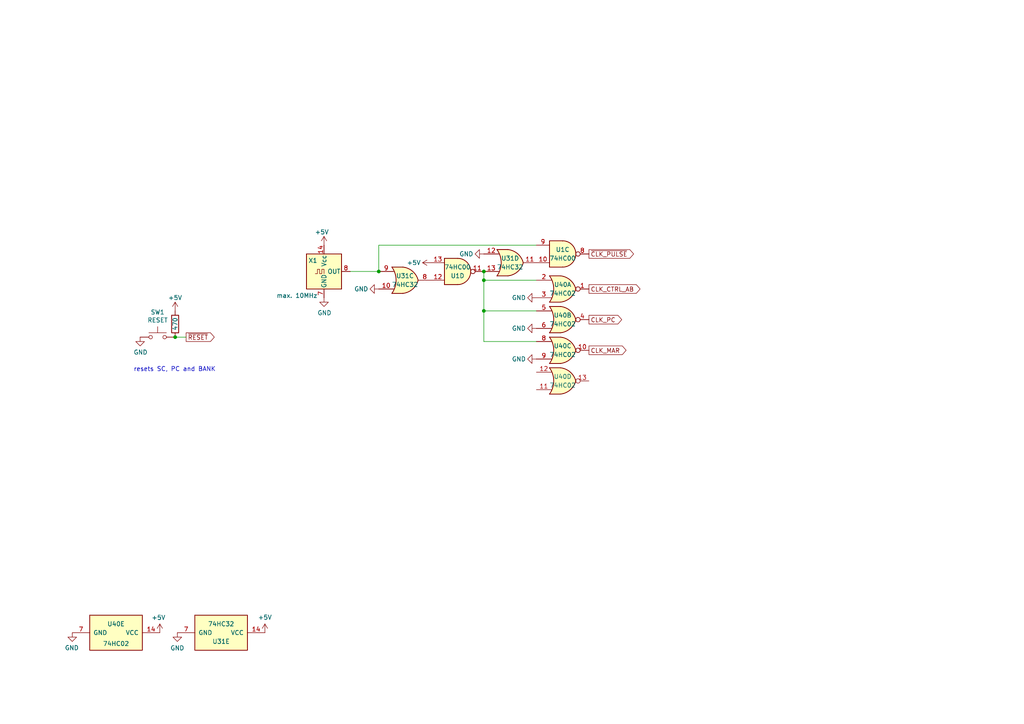
<source format=kicad_sch>
(kicad_sch (version 20211123) (generator eeschema)

  (uuid 4e2cce9b-ce6a-4049-ac2c-5f74d8693f21)

  (paper "A4")

  (title_block
    (title "Global Signals")
    (date "2023-10-01")
    (rev "2.0")
    (comment 2 "creativecommons.org/licenses/by-nc-sa/4.0/")
    (comment 3 "This work is licensed under CC BY-NC-SA 4.0")
    (comment 4 "Author: Carsten Herting (slu4)")
  )

  (lib_symbols
    (symbol "8-Bit CPU 32k-cache:74HC00" (pin_names (offset 1.016)) (in_bom yes) (on_board yes)
      (property "Reference" "U" (id 0) (at 0 1.27 0)
        (effects (font (size 1.27 1.27)))
      )
      (property "Value" "74HC00" (id 1) (at 0 -1.27 0)
        (effects (font (size 1.27 1.27)))
      )
      (property "Footprint" "" (id 2) (at 0 0 0)
        (effects (font (size 1.27 1.27)) hide)
      )
      (property "Datasheet" "" (id 3) (at 0 0 0)
        (effects (font (size 1.27 1.27)) hide)
      )
      (property "ki_locked" "" (id 4) (at 0 0 0)
        (effects (font (size 1.27 1.27)))
      )
      (property "ki_fp_filters" "DIP*W7.62mm* SO14*" (id 5) (at 0 0 0)
        (effects (font (size 1.27 1.27)) hide)
      )
      (symbol "74HC00_1_1"
        (arc (start 0 -3.81) (mid 3.81 0) (end 0 3.81)
          (stroke (width 0.254) (type default) (color 0 0 0 0))
          (fill (type background))
        )
        (polyline
          (pts
            (xy 0 3.81)
            (xy -3.81 3.81)
            (xy -3.81 -3.81)
            (xy 0 -3.81)
          )
          (stroke (width 0.254) (type default) (color 0 0 0 0))
          (fill (type background))
        )
        (pin input line (at -7.62 2.54 0) (length 3.81)
          (name "~" (effects (font (size 1.27 1.27))))
          (number "1" (effects (font (size 1.27 1.27))))
        )
        (pin input line (at -7.62 -2.54 0) (length 3.81)
          (name "~" (effects (font (size 1.27 1.27))))
          (number "2" (effects (font (size 1.27 1.27))))
        )
        (pin output inverted (at 7.62 0 180) (length 3.81)
          (name "~" (effects (font (size 1.27 1.27))))
          (number "3" (effects (font (size 1.27 1.27))))
        )
      )
      (symbol "74HC00_1_2"
        (arc (start -3.81 -3.81) (mid -2.589 0) (end -3.81 3.81)
          (stroke (width 0.254) (type default) (color 0 0 0 0))
          (fill (type none))
        )
        (arc (start -0.6096 -3.81) (mid 2.1842 -2.5851) (end 3.81 0)
          (stroke (width 0.254) (type default) (color 0 0 0 0))
          (fill (type background))
        )
        (polyline
          (pts
            (xy -3.81 -3.81)
            (xy -0.635 -3.81)
          )
          (stroke (width 0.254) (type default) (color 0 0 0 0))
          (fill (type background))
        )
        (polyline
          (pts
            (xy -3.81 3.81)
            (xy -0.635 3.81)
          )
          (stroke (width 0.254) (type default) (color 0 0 0 0))
          (fill (type background))
        )
        (polyline
          (pts
            (xy -0.635 3.81)
            (xy -3.81 3.81)
            (xy -3.81 3.81)
            (xy -3.556 3.4036)
            (xy -3.0226 2.2606)
            (xy -2.6924 1.0414)
            (xy -2.6162 -0.254)
            (xy -2.7686 -1.4986)
            (xy -3.175 -2.7178)
            (xy -3.81 -3.81)
            (xy -3.81 -3.81)
            (xy -0.635 -3.81)
          )
          (stroke (width -25.4) (type default) (color 0 0 0 0))
          (fill (type background))
        )
        (arc (start 3.81 0) (mid 2.1915 2.5936) (end -0.6096 3.81)
          (stroke (width 0.254) (type default) (color 0 0 0 0))
          (fill (type background))
        )
        (pin input inverted (at -7.62 2.54 0) (length 4.318)
          (name "~" (effects (font (size 1.27 1.27))))
          (number "1" (effects (font (size 1.27 1.27))))
        )
        (pin input inverted (at -7.62 -2.54 0) (length 4.318)
          (name "~" (effects (font (size 1.27 1.27))))
          (number "2" (effects (font (size 1.27 1.27))))
        )
        (pin output line (at 7.62 0 180) (length 3.81)
          (name "~" (effects (font (size 1.27 1.27))))
          (number "3" (effects (font (size 1.27 1.27))))
        )
      )
      (symbol "74HC00_2_1"
        (arc (start 0 -3.81) (mid 3.81 0) (end 0 3.81)
          (stroke (width 0.254) (type default) (color 0 0 0 0))
          (fill (type background))
        )
        (polyline
          (pts
            (xy 0 3.81)
            (xy -3.81 3.81)
            (xy -3.81 -3.81)
            (xy 0 -3.81)
          )
          (stroke (width 0.254) (type default) (color 0 0 0 0))
          (fill (type background))
        )
        (pin input line (at -7.62 2.54 0) (length 3.81)
          (name "~" (effects (font (size 1.27 1.27))))
          (number "4" (effects (font (size 1.27 1.27))))
        )
        (pin input line (at -7.62 -2.54 0) (length 3.81)
          (name "~" (effects (font (size 1.27 1.27))))
          (number "5" (effects (font (size 1.27 1.27))))
        )
        (pin output inverted (at 7.62 0 180) (length 3.81)
          (name "~" (effects (font (size 1.27 1.27))))
          (number "6" (effects (font (size 1.27 1.27))))
        )
      )
      (symbol "74HC00_2_2"
        (arc (start -3.81 -3.81) (mid -2.589 0) (end -3.81 3.81)
          (stroke (width 0.254) (type default) (color 0 0 0 0))
          (fill (type none))
        )
        (arc (start -0.6096 -3.81) (mid 2.1842 -2.5851) (end 3.81 0)
          (stroke (width 0.254) (type default) (color 0 0 0 0))
          (fill (type background))
        )
        (polyline
          (pts
            (xy -3.81 -3.81)
            (xy -0.635 -3.81)
          )
          (stroke (width 0.254) (type default) (color 0 0 0 0))
          (fill (type background))
        )
        (polyline
          (pts
            (xy -3.81 3.81)
            (xy -0.635 3.81)
          )
          (stroke (width 0.254) (type default) (color 0 0 0 0))
          (fill (type background))
        )
        (polyline
          (pts
            (xy -0.635 3.81)
            (xy -3.81 3.81)
            (xy -3.81 3.81)
            (xy -3.556 3.4036)
            (xy -3.0226 2.2606)
            (xy -2.6924 1.0414)
            (xy -2.6162 -0.254)
            (xy -2.7686 -1.4986)
            (xy -3.175 -2.7178)
            (xy -3.81 -3.81)
            (xy -3.81 -3.81)
            (xy -0.635 -3.81)
          )
          (stroke (width -25.4) (type default) (color 0 0 0 0))
          (fill (type background))
        )
        (arc (start 3.81 0) (mid 2.1915 2.5936) (end -0.6096 3.81)
          (stroke (width 0.254) (type default) (color 0 0 0 0))
          (fill (type background))
        )
        (pin input inverted (at -7.62 2.54 0) (length 4.318)
          (name "~" (effects (font (size 1.27 1.27))))
          (number "4" (effects (font (size 1.27 1.27))))
        )
        (pin input inverted (at -7.62 -2.54 0) (length 4.318)
          (name "~" (effects (font (size 1.27 1.27))))
          (number "5" (effects (font (size 1.27 1.27))))
        )
        (pin output line (at 7.62 0 180) (length 3.81)
          (name "~" (effects (font (size 1.27 1.27))))
          (number "6" (effects (font (size 1.27 1.27))))
        )
      )
      (symbol "74HC00_3_1"
        (arc (start 0 -3.81) (mid 3.81 0) (end 0 3.81)
          (stroke (width 0.254) (type default) (color 0 0 0 0))
          (fill (type background))
        )
        (polyline
          (pts
            (xy 0 3.81)
            (xy -3.81 3.81)
            (xy -3.81 -3.81)
            (xy 0 -3.81)
          )
          (stroke (width 0.254) (type default) (color 0 0 0 0))
          (fill (type background))
        )
        (pin input line (at -7.62 -2.54 0) (length 3.81)
          (name "~" (effects (font (size 1.27 1.27))))
          (number "10" (effects (font (size 1.27 1.27))))
        )
        (pin output inverted (at 7.62 0 180) (length 3.81)
          (name "~" (effects (font (size 1.27 1.27))))
          (number "8" (effects (font (size 1.27 1.27))))
        )
        (pin input line (at -7.62 2.54 0) (length 3.81)
          (name "~" (effects (font (size 1.27 1.27))))
          (number "9" (effects (font (size 1.27 1.27))))
        )
      )
      (symbol "74HC00_3_2"
        (arc (start -3.81 -3.81) (mid -2.589 0) (end -3.81 3.81)
          (stroke (width 0.254) (type default) (color 0 0 0 0))
          (fill (type none))
        )
        (arc (start -0.6096 -3.81) (mid 2.1842 -2.5851) (end 3.81 0)
          (stroke (width 0.254) (type default) (color 0 0 0 0))
          (fill (type background))
        )
        (polyline
          (pts
            (xy -3.81 -3.81)
            (xy -0.635 -3.81)
          )
          (stroke (width 0.254) (type default) (color 0 0 0 0))
          (fill (type background))
        )
        (polyline
          (pts
            (xy -3.81 3.81)
            (xy -0.635 3.81)
          )
          (stroke (width 0.254) (type default) (color 0 0 0 0))
          (fill (type background))
        )
        (polyline
          (pts
            (xy -0.635 3.81)
            (xy -3.81 3.81)
            (xy -3.81 3.81)
            (xy -3.556 3.4036)
            (xy -3.0226 2.2606)
            (xy -2.6924 1.0414)
            (xy -2.6162 -0.254)
            (xy -2.7686 -1.4986)
            (xy -3.175 -2.7178)
            (xy -3.81 -3.81)
            (xy -3.81 -3.81)
            (xy -0.635 -3.81)
          )
          (stroke (width -25.4) (type default) (color 0 0 0 0))
          (fill (type background))
        )
        (arc (start 3.81 0) (mid 2.1915 2.5936) (end -0.6096 3.81)
          (stroke (width 0.254) (type default) (color 0 0 0 0))
          (fill (type background))
        )
        (pin input inverted (at -7.62 -2.54 0) (length 4.318)
          (name "~" (effects (font (size 1.27 1.27))))
          (number "10" (effects (font (size 1.27 1.27))))
        )
        (pin output line (at 7.62 0 180) (length 3.81)
          (name "~" (effects (font (size 1.27 1.27))))
          (number "8" (effects (font (size 1.27 1.27))))
        )
        (pin input inverted (at -7.62 2.54 0) (length 4.318)
          (name "~" (effects (font (size 1.27 1.27))))
          (number "9" (effects (font (size 1.27 1.27))))
        )
      )
      (symbol "74HC00_4_1"
        (arc (start 0 -3.81) (mid 3.81 0) (end 0 3.81)
          (stroke (width 0.254) (type default) (color 0 0 0 0))
          (fill (type background))
        )
        (polyline
          (pts
            (xy 0 3.81)
            (xy -3.81 3.81)
            (xy -3.81 -3.81)
            (xy 0 -3.81)
          )
          (stroke (width 0.254) (type default) (color 0 0 0 0))
          (fill (type background))
        )
        (pin output inverted (at 7.62 0 180) (length 3.81)
          (name "~" (effects (font (size 1.27 1.27))))
          (number "11" (effects (font (size 1.27 1.27))))
        )
        (pin input line (at -7.62 2.54 0) (length 3.81)
          (name "~" (effects (font (size 1.27 1.27))))
          (number "12" (effects (font (size 1.27 1.27))))
        )
        (pin input line (at -7.62 -2.54 0) (length 3.81)
          (name "~" (effects (font (size 1.27 1.27))))
          (number "13" (effects (font (size 1.27 1.27))))
        )
      )
      (symbol "74HC00_4_2"
        (arc (start -3.81 -3.81) (mid -2.589 0) (end -3.81 3.81)
          (stroke (width 0.254) (type default) (color 0 0 0 0))
          (fill (type none))
        )
        (arc (start -0.6096 -3.81) (mid 2.1842 -2.5851) (end 3.81 0)
          (stroke (width 0.254) (type default) (color 0 0 0 0))
          (fill (type background))
        )
        (polyline
          (pts
            (xy -3.81 -3.81)
            (xy -0.635 -3.81)
          )
          (stroke (width 0.254) (type default) (color 0 0 0 0))
          (fill (type background))
        )
        (polyline
          (pts
            (xy -3.81 3.81)
            (xy -0.635 3.81)
          )
          (stroke (width 0.254) (type default) (color 0 0 0 0))
          (fill (type background))
        )
        (polyline
          (pts
            (xy -0.635 3.81)
            (xy -3.81 3.81)
            (xy -3.81 3.81)
            (xy -3.556 3.4036)
            (xy -3.0226 2.2606)
            (xy -2.6924 1.0414)
            (xy -2.6162 -0.254)
            (xy -2.7686 -1.4986)
            (xy -3.175 -2.7178)
            (xy -3.81 -3.81)
            (xy -3.81 -3.81)
            (xy -0.635 -3.81)
          )
          (stroke (width -25.4) (type default) (color 0 0 0 0))
          (fill (type background))
        )
        (arc (start 3.81 0) (mid 2.1915 2.5936) (end -0.6096 3.81)
          (stroke (width 0.254) (type default) (color 0 0 0 0))
          (fill (type background))
        )
        (pin output line (at 7.62 0 180) (length 3.81)
          (name "~" (effects (font (size 1.27 1.27))))
          (number "11" (effects (font (size 1.27 1.27))))
        )
        (pin input inverted (at -7.62 2.54 0) (length 4.318)
          (name "~" (effects (font (size 1.27 1.27))))
          (number "12" (effects (font (size 1.27 1.27))))
        )
        (pin input inverted (at -7.62 -2.54 0) (length 4.318)
          (name "~" (effects (font (size 1.27 1.27))))
          (number "13" (effects (font (size 1.27 1.27))))
        )
      )
      (symbol "74HC00_5_0"
        (pin power_in line (at 0 12.7 270) (length 5.08)
          (name "VCC" (effects (font (size 1.27 1.27))))
          (number "14" (effects (font (size 1.27 1.27))))
        )
        (pin power_in line (at 0 -12.7 90) (length 5.08)
          (name "GND" (effects (font (size 1.27 1.27))))
          (number "7" (effects (font (size 1.27 1.27))))
        )
      )
      (symbol "74HC00_5_1"
        (rectangle (start -5.08 7.62) (end 5.08 -7.62)
          (stroke (width 0.254) (type default) (color 0 0 0 0))
          (fill (type background))
        )
      )
    )
    (symbol "8-Bit CPU 32k-cache:74HC02" (pin_names (offset 1.016)) (in_bom yes) (on_board yes)
      (property "Reference" "U" (id 0) (at 0 1.27 0)
        (effects (font (size 1.27 1.27)))
      )
      (property "Value" "74HC02" (id 1) (at 0 -1.27 0)
        (effects (font (size 1.27 1.27)))
      )
      (property "Footprint" "" (id 2) (at 0 0 0)
        (effects (font (size 1.27 1.27)) hide)
      )
      (property "Datasheet" "" (id 3) (at 0 0 0)
        (effects (font (size 1.27 1.27)) hide)
      )
      (property "ki_locked" "" (id 4) (at 0 0 0)
        (effects (font (size 1.27 1.27)))
      )
      (property "ki_fp_filters" "SO14* DIP*W7.62mm*" (id 5) (at 0 0 0)
        (effects (font (size 1.27 1.27)) hide)
      )
      (symbol "74HC02_1_1"
        (arc (start -3.81 -3.81) (mid -2.589 0) (end -3.81 3.81)
          (stroke (width 0.254) (type default) (color 0 0 0 0))
          (fill (type none))
        )
        (arc (start -0.6096 -3.81) (mid 2.1842 -2.5851) (end 3.81 0)
          (stroke (width 0.254) (type default) (color 0 0 0 0))
          (fill (type background))
        )
        (polyline
          (pts
            (xy -3.81 -3.81)
            (xy -0.635 -3.81)
          )
          (stroke (width 0.254) (type default) (color 0 0 0 0))
          (fill (type background))
        )
        (polyline
          (pts
            (xy -3.81 3.81)
            (xy -0.635 3.81)
          )
          (stroke (width 0.254) (type default) (color 0 0 0 0))
          (fill (type background))
        )
        (polyline
          (pts
            (xy -0.635 3.81)
            (xy -3.81 3.81)
            (xy -3.81 3.81)
            (xy -3.556 3.4036)
            (xy -3.0226 2.2606)
            (xy -2.6924 1.0414)
            (xy -2.6162 -0.254)
            (xy -2.7686 -1.4986)
            (xy -3.175 -2.7178)
            (xy -3.81 -3.81)
            (xy -3.81 -3.81)
            (xy -0.635 -3.81)
          )
          (stroke (width -25.4) (type default) (color 0 0 0 0))
          (fill (type background))
        )
        (arc (start 3.81 0) (mid 2.1915 2.5936) (end -0.6096 3.81)
          (stroke (width 0.254) (type default) (color 0 0 0 0))
          (fill (type background))
        )
        (pin output inverted (at 7.62 0 180) (length 3.81)
          (name "~" (effects (font (size 1.27 1.27))))
          (number "1" (effects (font (size 1.27 1.27))))
        )
        (pin input line (at -7.62 2.54 0) (length 4.318)
          (name "~" (effects (font (size 1.27 1.27))))
          (number "2" (effects (font (size 1.27 1.27))))
        )
        (pin input line (at -7.62 -2.54 0) (length 4.318)
          (name "~" (effects (font (size 1.27 1.27))))
          (number "3" (effects (font (size 1.27 1.27))))
        )
      )
      (symbol "74HC02_1_2"
        (arc (start 0 -3.81) (mid 3.81 0) (end 0 3.81)
          (stroke (width 0.254) (type default) (color 0 0 0 0))
          (fill (type background))
        )
        (polyline
          (pts
            (xy 0 3.81)
            (xy -3.81 3.81)
            (xy -3.81 -3.81)
            (xy 0 -3.81)
          )
          (stroke (width 0.254) (type default) (color 0 0 0 0))
          (fill (type background))
        )
        (pin output line (at 7.62 0 180) (length 3.81)
          (name "~" (effects (font (size 1.27 1.27))))
          (number "1" (effects (font (size 1.27 1.27))))
        )
        (pin input inverted (at -7.62 2.54 0) (length 3.81)
          (name "~" (effects (font (size 1.27 1.27))))
          (number "2" (effects (font (size 1.27 1.27))))
        )
        (pin input inverted (at -7.62 -2.54 0) (length 3.81)
          (name "~" (effects (font (size 1.27 1.27))))
          (number "3" (effects (font (size 1.27 1.27))))
        )
      )
      (symbol "74HC02_2_1"
        (arc (start -3.81 -3.81) (mid -2.589 0) (end -3.81 3.81)
          (stroke (width 0.254) (type default) (color 0 0 0 0))
          (fill (type none))
        )
        (arc (start -0.6096 -3.81) (mid 2.1842 -2.5851) (end 3.81 0)
          (stroke (width 0.254) (type default) (color 0 0 0 0))
          (fill (type background))
        )
        (polyline
          (pts
            (xy -3.81 -3.81)
            (xy -0.635 -3.81)
          )
          (stroke (width 0.254) (type default) (color 0 0 0 0))
          (fill (type background))
        )
        (polyline
          (pts
            (xy -3.81 3.81)
            (xy -0.635 3.81)
          )
          (stroke (width 0.254) (type default) (color 0 0 0 0))
          (fill (type background))
        )
        (polyline
          (pts
            (xy -0.635 3.81)
            (xy -3.81 3.81)
            (xy -3.81 3.81)
            (xy -3.556 3.4036)
            (xy -3.0226 2.2606)
            (xy -2.6924 1.0414)
            (xy -2.6162 -0.254)
            (xy -2.7686 -1.4986)
            (xy -3.175 -2.7178)
            (xy -3.81 -3.81)
            (xy -3.81 -3.81)
            (xy -0.635 -3.81)
          )
          (stroke (width -25.4) (type default) (color 0 0 0 0))
          (fill (type background))
        )
        (arc (start 3.81 0) (mid 2.1915 2.5936) (end -0.6096 3.81)
          (stroke (width 0.254) (type default) (color 0 0 0 0))
          (fill (type background))
        )
        (pin output inverted (at 7.62 0 180) (length 3.81)
          (name "~" (effects (font (size 1.27 1.27))))
          (number "4" (effects (font (size 1.27 1.27))))
        )
        (pin input line (at -7.62 2.54 0) (length 4.318)
          (name "~" (effects (font (size 1.27 1.27))))
          (number "5" (effects (font (size 1.27 1.27))))
        )
        (pin input line (at -7.62 -2.54 0) (length 4.318)
          (name "~" (effects (font (size 1.27 1.27))))
          (number "6" (effects (font (size 1.27 1.27))))
        )
      )
      (symbol "74HC02_2_2"
        (arc (start 0 -3.81) (mid 3.81 0) (end 0 3.81)
          (stroke (width 0.254) (type default) (color 0 0 0 0))
          (fill (type background))
        )
        (polyline
          (pts
            (xy 0 3.81)
            (xy -3.81 3.81)
            (xy -3.81 -3.81)
            (xy 0 -3.81)
          )
          (stroke (width 0.254) (type default) (color 0 0 0 0))
          (fill (type background))
        )
        (pin output line (at 7.62 0 180) (length 3.81)
          (name "~" (effects (font (size 1.27 1.27))))
          (number "4" (effects (font (size 1.27 1.27))))
        )
        (pin input inverted (at -7.62 2.54 0) (length 3.81)
          (name "~" (effects (font (size 1.27 1.27))))
          (number "5" (effects (font (size 1.27 1.27))))
        )
        (pin input inverted (at -7.62 -2.54 0) (length 3.81)
          (name "~" (effects (font (size 1.27 1.27))))
          (number "6" (effects (font (size 1.27 1.27))))
        )
      )
      (symbol "74HC02_3_1"
        (arc (start -3.81 -3.81) (mid -2.589 0) (end -3.81 3.81)
          (stroke (width 0.254) (type default) (color 0 0 0 0))
          (fill (type none))
        )
        (arc (start -0.6096 -3.81) (mid 2.1842 -2.5851) (end 3.81 0)
          (stroke (width 0.254) (type default) (color 0 0 0 0))
          (fill (type background))
        )
        (polyline
          (pts
            (xy -3.81 -3.81)
            (xy -0.635 -3.81)
          )
          (stroke (width 0.254) (type default) (color 0 0 0 0))
          (fill (type background))
        )
        (polyline
          (pts
            (xy -3.81 3.81)
            (xy -0.635 3.81)
          )
          (stroke (width 0.254) (type default) (color 0 0 0 0))
          (fill (type background))
        )
        (polyline
          (pts
            (xy -0.635 3.81)
            (xy -3.81 3.81)
            (xy -3.81 3.81)
            (xy -3.556 3.4036)
            (xy -3.0226 2.2606)
            (xy -2.6924 1.0414)
            (xy -2.6162 -0.254)
            (xy -2.7686 -1.4986)
            (xy -3.175 -2.7178)
            (xy -3.81 -3.81)
            (xy -3.81 -3.81)
            (xy -0.635 -3.81)
          )
          (stroke (width -25.4) (type default) (color 0 0 0 0))
          (fill (type background))
        )
        (arc (start 3.81 0) (mid 2.1915 2.5936) (end -0.6096 3.81)
          (stroke (width 0.254) (type default) (color 0 0 0 0))
          (fill (type background))
        )
        (pin output inverted (at 7.62 0 180) (length 3.81)
          (name "~" (effects (font (size 1.27 1.27))))
          (number "10" (effects (font (size 1.27 1.27))))
        )
        (pin input line (at -7.62 2.54 0) (length 4.318)
          (name "~" (effects (font (size 1.27 1.27))))
          (number "8" (effects (font (size 1.27 1.27))))
        )
        (pin input line (at -7.62 -2.54 0) (length 4.318)
          (name "~" (effects (font (size 1.27 1.27))))
          (number "9" (effects (font (size 1.27 1.27))))
        )
      )
      (symbol "74HC02_3_2"
        (arc (start 0 -3.81) (mid 3.81 0) (end 0 3.81)
          (stroke (width 0.254) (type default) (color 0 0 0 0))
          (fill (type background))
        )
        (polyline
          (pts
            (xy 0 3.81)
            (xy -3.81 3.81)
            (xy -3.81 -3.81)
            (xy 0 -3.81)
          )
          (stroke (width 0.254) (type default) (color 0 0 0 0))
          (fill (type background))
        )
        (pin output line (at 7.62 0 180) (length 3.81)
          (name "~" (effects (font (size 1.27 1.27))))
          (number "10" (effects (font (size 1.27 1.27))))
        )
        (pin input inverted (at -7.62 2.54 0) (length 3.81)
          (name "~" (effects (font (size 1.27 1.27))))
          (number "8" (effects (font (size 1.27 1.27))))
        )
        (pin input inverted (at -7.62 -2.54 0) (length 3.81)
          (name "~" (effects (font (size 1.27 1.27))))
          (number "9" (effects (font (size 1.27 1.27))))
        )
      )
      (symbol "74HC02_4_1"
        (arc (start -3.81 -3.81) (mid -2.589 0) (end -3.81 3.81)
          (stroke (width 0.254) (type default) (color 0 0 0 0))
          (fill (type none))
        )
        (arc (start -0.6096 -3.81) (mid 2.1842 -2.5851) (end 3.81 0)
          (stroke (width 0.254) (type default) (color 0 0 0 0))
          (fill (type background))
        )
        (polyline
          (pts
            (xy -3.81 -3.81)
            (xy -0.635 -3.81)
          )
          (stroke (width 0.254) (type default) (color 0 0 0 0))
          (fill (type background))
        )
        (polyline
          (pts
            (xy -3.81 3.81)
            (xy -0.635 3.81)
          )
          (stroke (width 0.254) (type default) (color 0 0 0 0))
          (fill (type background))
        )
        (polyline
          (pts
            (xy -0.635 3.81)
            (xy -3.81 3.81)
            (xy -3.81 3.81)
            (xy -3.556 3.4036)
            (xy -3.0226 2.2606)
            (xy -2.6924 1.0414)
            (xy -2.6162 -0.254)
            (xy -2.7686 -1.4986)
            (xy -3.175 -2.7178)
            (xy -3.81 -3.81)
            (xy -3.81 -3.81)
            (xy -0.635 -3.81)
          )
          (stroke (width -25.4) (type default) (color 0 0 0 0))
          (fill (type background))
        )
        (arc (start 3.81 0) (mid 2.1915 2.5936) (end -0.6096 3.81)
          (stroke (width 0.254) (type default) (color 0 0 0 0))
          (fill (type background))
        )
        (pin input line (at -7.62 2.54 0) (length 4.318)
          (name "~" (effects (font (size 1.27 1.27))))
          (number "11" (effects (font (size 1.27 1.27))))
        )
        (pin input line (at -7.62 -2.54 0) (length 4.318)
          (name "~" (effects (font (size 1.27 1.27))))
          (number "12" (effects (font (size 1.27 1.27))))
        )
        (pin output inverted (at 7.62 0 180) (length 3.81)
          (name "~" (effects (font (size 1.27 1.27))))
          (number "13" (effects (font (size 1.27 1.27))))
        )
      )
      (symbol "74HC02_4_2"
        (arc (start 0 -3.81) (mid 3.81 0) (end 0 3.81)
          (stroke (width 0.254) (type default) (color 0 0 0 0))
          (fill (type background))
        )
        (polyline
          (pts
            (xy 0 3.81)
            (xy -3.81 3.81)
            (xy -3.81 -3.81)
            (xy 0 -3.81)
          )
          (stroke (width 0.254) (type default) (color 0 0 0 0))
          (fill (type background))
        )
        (pin input inverted (at -7.62 2.54 0) (length 3.81)
          (name "~" (effects (font (size 1.27 1.27))))
          (number "11" (effects (font (size 1.27 1.27))))
        )
        (pin input inverted (at -7.62 -2.54 0) (length 3.81)
          (name "~" (effects (font (size 1.27 1.27))))
          (number "12" (effects (font (size 1.27 1.27))))
        )
        (pin output line (at 7.62 0 180) (length 3.81)
          (name "~" (effects (font (size 1.27 1.27))))
          (number "13" (effects (font (size 1.27 1.27))))
        )
      )
      (symbol "74HC02_5_0"
        (pin power_in line (at 0 12.7 270) (length 5.08)
          (name "VCC" (effects (font (size 1.27 1.27))))
          (number "14" (effects (font (size 1.27 1.27))))
        )
        (pin power_in line (at 0 -12.7 90) (length 5.08)
          (name "GND" (effects (font (size 1.27 1.27))))
          (number "7" (effects (font (size 1.27 1.27))))
        )
      )
      (symbol "74HC02_5_1"
        (rectangle (start -5.08 7.62) (end 5.08 -7.62)
          (stroke (width 0.254) (type default) (color 0 0 0 0))
          (fill (type background))
        )
      )
    )
    (symbol "8-Bit CPU 32k-cache:Oscillator_ACO-xxxMHz" (pin_names (offset 0.254)) (in_bom yes) (on_board yes)
      (property "Reference" "X" (id 0) (at -5.08 6.35 0)
        (effects (font (size 1.27 1.27)) (justify left))
      )
      (property "Value" "Oscillator_ACO-xxxMHz" (id 1) (at 1.27 -6.35 0)
        (effects (font (size 1.27 1.27)) (justify left))
      )
      (property "Footprint" "Oscillator:Oscillator_DIP-14" (id 2) (at 11.43 -8.89 0)
        (effects (font (size 1.27 1.27)) hide)
      )
      (property "Datasheet" "" (id 3) (at -2.54 0 0)
        (effects (font (size 1.27 1.27)) hide)
      )
      (property "ki_fp_filters" "Oscillator*DIP*14*" (id 4) (at 0 0 0)
        (effects (font (size 1.27 1.27)) hide)
      )
      (symbol "Oscillator_ACO-xxxMHz_0_1"
        (rectangle (start -5.08 5.08) (end 5.08 -5.08)
          (stroke (width 0.254) (type default) (color 0 0 0 0))
          (fill (type background))
        )
        (polyline
          (pts
            (xy -2.54 -0.635)
            (xy -1.905 -0.635)
            (xy -1.905 0.635)
            (xy -1.27 0.635)
            (xy -1.27 -0.635)
            (xy -0.635 -0.635)
            (xy -0.635 0.635)
            (xy 0 0.635)
            (xy 0 -0.635)
          )
          (stroke (width 0) (type default) (color 0 0 0 0))
          (fill (type none))
        )
      )
      (symbol "Oscillator_ACO-xxxMHz_1_1"
        (pin no_connect line (at -7.62 0 0) (length 2.54) hide
          (name "NC" (effects (font (size 1.27 1.27))))
          (number "1" (effects (font (size 1.27 1.27))))
        )
        (pin power_in line (at 0 7.62 270) (length 2.54)
          (name "Vcc" (effects (font (size 1.27 1.27))))
          (number "14" (effects (font (size 1.27 1.27))))
        )
        (pin power_in line (at 0 -7.62 90) (length 2.54)
          (name "GND" (effects (font (size 1.27 1.27))))
          (number "7" (effects (font (size 1.27 1.27))))
        )
        (pin output line (at 7.62 0 180) (length 2.54)
          (name "OUT" (effects (font (size 1.27 1.27))))
          (number "8" (effects (font (size 1.27 1.27))))
        )
      )
    )
    (symbol "8-Bit CPU 32k:74HC32" (pin_names (offset 1.016)) (in_bom yes) (on_board yes)
      (property "Reference" "U" (id 0) (at 0 1.27 0)
        (effects (font (size 1.27 1.27)))
      )
      (property "Value" "74HC32" (id 1) (at 0 -1.27 0)
        (effects (font (size 1.27 1.27)))
      )
      (property "Footprint" "" (id 2) (at 0 0 0)
        (effects (font (size 1.27 1.27)) hide)
      )
      (property "Datasheet" "http://www.ti.com/lit/gpn/sn74LS32" (id 3) (at 0 0 0)
        (effects (font (size 1.27 1.27)) hide)
      )
      (property "ki_locked" "" (id 4) (at 0 0 0)
        (effects (font (size 1.27 1.27)))
      )
      (property "ki_keywords" "TTL Or2" (id 5) (at 0 0 0)
        (effects (font (size 1.27 1.27)) hide)
      )
      (property "ki_description" "Quad 2-input OR" (id 6) (at 0 0 0)
        (effects (font (size 1.27 1.27)) hide)
      )
      (property "ki_fp_filters" "DIP?14*" (id 7) (at 0 0 0)
        (effects (font (size 1.27 1.27)) hide)
      )
      (symbol "74HC32_1_1"
        (arc (start -3.81 -3.81) (mid -2.589 0) (end -3.81 3.81)
          (stroke (width 0.254) (type default) (color 0 0 0 0))
          (fill (type none))
        )
        (arc (start -0.6096 -3.81) (mid 2.1842 -2.5851) (end 3.81 0)
          (stroke (width 0.254) (type default) (color 0 0 0 0))
          (fill (type background))
        )
        (polyline
          (pts
            (xy -3.81 -3.81)
            (xy -0.635 -3.81)
          )
          (stroke (width 0.254) (type default) (color 0 0 0 0))
          (fill (type background))
        )
        (polyline
          (pts
            (xy -3.81 3.81)
            (xy -0.635 3.81)
          )
          (stroke (width 0.254) (type default) (color 0 0 0 0))
          (fill (type background))
        )
        (polyline
          (pts
            (xy -0.635 3.81)
            (xy -3.81 3.81)
            (xy -3.81 3.81)
            (xy -3.556 3.4036)
            (xy -3.0226 2.2606)
            (xy -2.6924 1.0414)
            (xy -2.6162 -0.254)
            (xy -2.7686 -1.4986)
            (xy -3.175 -2.7178)
            (xy -3.81 -3.81)
            (xy -3.81 -3.81)
            (xy -0.635 -3.81)
          )
          (stroke (width -25.4) (type default) (color 0 0 0 0))
          (fill (type background))
        )
        (arc (start 3.81 0) (mid 2.1915 2.5936) (end -0.6096 3.81)
          (stroke (width 0.254) (type default) (color 0 0 0 0))
          (fill (type background))
        )
        (pin input line (at -7.62 2.54 0) (length 4.318)
          (name "~" (effects (font (size 1.27 1.27))))
          (number "1" (effects (font (size 1.27 1.27))))
        )
        (pin input line (at -7.62 -2.54 0) (length 4.318)
          (name "~" (effects (font (size 1.27 1.27))))
          (number "2" (effects (font (size 1.27 1.27))))
        )
        (pin output line (at 7.62 0 180) (length 3.81)
          (name "~" (effects (font (size 1.27 1.27))))
          (number "3" (effects (font (size 1.27 1.27))))
        )
      )
      (symbol "74HC32_1_2"
        (arc (start 0 -3.81) (mid 3.81 0) (end 0 3.81)
          (stroke (width 0.254) (type default) (color 0 0 0 0))
          (fill (type background))
        )
        (polyline
          (pts
            (xy 0 3.81)
            (xy -3.81 3.81)
            (xy -3.81 -3.81)
            (xy 0 -3.81)
          )
          (stroke (width 0.254) (type default) (color 0 0 0 0))
          (fill (type background))
        )
        (pin input inverted (at -7.62 2.54 0) (length 3.81)
          (name "~" (effects (font (size 1.27 1.27))))
          (number "1" (effects (font (size 1.27 1.27))))
        )
        (pin input inverted (at -7.62 -2.54 0) (length 3.81)
          (name "~" (effects (font (size 1.27 1.27))))
          (number "2" (effects (font (size 1.27 1.27))))
        )
        (pin output inverted (at 7.62 0 180) (length 3.81)
          (name "~" (effects (font (size 1.27 1.27))))
          (number "3" (effects (font (size 1.27 1.27))))
        )
      )
      (symbol "74HC32_2_1"
        (arc (start -3.81 -3.81) (mid -2.589 0) (end -3.81 3.81)
          (stroke (width 0.254) (type default) (color 0 0 0 0))
          (fill (type none))
        )
        (arc (start -0.6096 -3.81) (mid 2.1842 -2.5851) (end 3.81 0)
          (stroke (width 0.254) (type default) (color 0 0 0 0))
          (fill (type background))
        )
        (polyline
          (pts
            (xy -3.81 -3.81)
            (xy -0.635 -3.81)
          )
          (stroke (width 0.254) (type default) (color 0 0 0 0))
          (fill (type background))
        )
        (polyline
          (pts
            (xy -3.81 3.81)
            (xy -0.635 3.81)
          )
          (stroke (width 0.254) (type default) (color 0 0 0 0))
          (fill (type background))
        )
        (polyline
          (pts
            (xy -0.635 3.81)
            (xy -3.81 3.81)
            (xy -3.81 3.81)
            (xy -3.556 3.4036)
            (xy -3.0226 2.2606)
            (xy -2.6924 1.0414)
            (xy -2.6162 -0.254)
            (xy -2.7686 -1.4986)
            (xy -3.175 -2.7178)
            (xy -3.81 -3.81)
            (xy -3.81 -3.81)
            (xy -0.635 -3.81)
          )
          (stroke (width -25.4) (type default) (color 0 0 0 0))
          (fill (type background))
        )
        (arc (start 3.81 0) (mid 2.1915 2.5936) (end -0.6096 3.81)
          (stroke (width 0.254) (type default) (color 0 0 0 0))
          (fill (type background))
        )
        (pin input line (at -7.62 2.54 0) (length 4.318)
          (name "~" (effects (font (size 1.27 1.27))))
          (number "4" (effects (font (size 1.27 1.27))))
        )
        (pin input line (at -7.62 -2.54 0) (length 4.318)
          (name "~" (effects (font (size 1.27 1.27))))
          (number "5" (effects (font (size 1.27 1.27))))
        )
        (pin output line (at 7.62 0 180) (length 3.81)
          (name "~" (effects (font (size 1.27 1.27))))
          (number "6" (effects (font (size 1.27 1.27))))
        )
      )
      (symbol "74HC32_2_2"
        (arc (start 0 -3.81) (mid 3.81 0) (end 0 3.81)
          (stroke (width 0.254) (type default) (color 0 0 0 0))
          (fill (type background))
        )
        (polyline
          (pts
            (xy 0 3.81)
            (xy -3.81 3.81)
            (xy -3.81 -3.81)
            (xy 0 -3.81)
          )
          (stroke (width 0.254) (type default) (color 0 0 0 0))
          (fill (type background))
        )
        (pin input inverted (at -7.62 2.54 0) (length 3.81)
          (name "~" (effects (font (size 1.27 1.27))))
          (number "4" (effects (font (size 1.27 1.27))))
        )
        (pin input inverted (at -7.62 -2.54 0) (length 3.81)
          (name "~" (effects (font (size 1.27 1.27))))
          (number "5" (effects (font (size 1.27 1.27))))
        )
        (pin output inverted (at 7.62 0 180) (length 3.81)
          (name "~" (effects (font (size 1.27 1.27))))
          (number "6" (effects (font (size 1.27 1.27))))
        )
      )
      (symbol "74HC32_3_1"
        (arc (start -3.81 -3.81) (mid -2.589 0) (end -3.81 3.81)
          (stroke (width 0.254) (type default) (color 0 0 0 0))
          (fill (type none))
        )
        (arc (start -0.6096 -3.81) (mid 2.1842 -2.5851) (end 3.81 0)
          (stroke (width 0.254) (type default) (color 0 0 0 0))
          (fill (type background))
        )
        (polyline
          (pts
            (xy -3.81 -3.81)
            (xy -0.635 -3.81)
          )
          (stroke (width 0.254) (type default) (color 0 0 0 0))
          (fill (type background))
        )
        (polyline
          (pts
            (xy -3.81 3.81)
            (xy -0.635 3.81)
          )
          (stroke (width 0.254) (type default) (color 0 0 0 0))
          (fill (type background))
        )
        (polyline
          (pts
            (xy -0.635 3.81)
            (xy -3.81 3.81)
            (xy -3.81 3.81)
            (xy -3.556 3.4036)
            (xy -3.0226 2.2606)
            (xy -2.6924 1.0414)
            (xy -2.6162 -0.254)
            (xy -2.7686 -1.4986)
            (xy -3.175 -2.7178)
            (xy -3.81 -3.81)
            (xy -3.81 -3.81)
            (xy -0.635 -3.81)
          )
          (stroke (width -25.4) (type default) (color 0 0 0 0))
          (fill (type background))
        )
        (arc (start 3.81 0) (mid 2.1915 2.5936) (end -0.6096 3.81)
          (stroke (width 0.254) (type default) (color 0 0 0 0))
          (fill (type background))
        )
        (pin input line (at -7.62 -2.54 0) (length 4.318)
          (name "~" (effects (font (size 1.27 1.27))))
          (number "10" (effects (font (size 1.27 1.27))))
        )
        (pin output line (at 7.62 0 180) (length 3.81)
          (name "~" (effects (font (size 1.27 1.27))))
          (number "8" (effects (font (size 1.27 1.27))))
        )
        (pin input line (at -7.62 2.54 0) (length 4.318)
          (name "~" (effects (font (size 1.27 1.27))))
          (number "9" (effects (font (size 1.27 1.27))))
        )
      )
      (symbol "74HC32_3_2"
        (arc (start 0 -3.81) (mid 3.81 0) (end 0 3.81)
          (stroke (width 0.254) (type default) (color 0 0 0 0))
          (fill (type background))
        )
        (polyline
          (pts
            (xy 0 3.81)
            (xy -3.81 3.81)
            (xy -3.81 -3.81)
            (xy 0 -3.81)
          )
          (stroke (width 0.254) (type default) (color 0 0 0 0))
          (fill (type background))
        )
        (pin input inverted (at -7.62 -2.54 0) (length 3.81)
          (name "~" (effects (font (size 1.27 1.27))))
          (number "10" (effects (font (size 1.27 1.27))))
        )
        (pin output inverted (at 7.62 0 180) (length 3.81)
          (name "~" (effects (font (size 1.27 1.27))))
          (number "8" (effects (font (size 1.27 1.27))))
        )
        (pin input inverted (at -7.62 2.54 0) (length 3.81)
          (name "~" (effects (font (size 1.27 1.27))))
          (number "9" (effects (font (size 1.27 1.27))))
        )
      )
      (symbol "74HC32_4_1"
        (arc (start -3.81 -3.81) (mid -2.589 0) (end -3.81 3.81)
          (stroke (width 0.254) (type default) (color 0 0 0 0))
          (fill (type none))
        )
        (arc (start -0.6096 -3.81) (mid 2.1842 -2.5851) (end 3.81 0)
          (stroke (width 0.254) (type default) (color 0 0 0 0))
          (fill (type background))
        )
        (polyline
          (pts
            (xy -3.81 -3.81)
            (xy -0.635 -3.81)
          )
          (stroke (width 0.254) (type default) (color 0 0 0 0))
          (fill (type background))
        )
        (polyline
          (pts
            (xy -3.81 3.81)
            (xy -0.635 3.81)
          )
          (stroke (width 0.254) (type default) (color 0 0 0 0))
          (fill (type background))
        )
        (polyline
          (pts
            (xy -0.635 3.81)
            (xy -3.81 3.81)
            (xy -3.81 3.81)
            (xy -3.556 3.4036)
            (xy -3.0226 2.2606)
            (xy -2.6924 1.0414)
            (xy -2.6162 -0.254)
            (xy -2.7686 -1.4986)
            (xy -3.175 -2.7178)
            (xy -3.81 -3.81)
            (xy -3.81 -3.81)
            (xy -0.635 -3.81)
          )
          (stroke (width -25.4) (type default) (color 0 0 0 0))
          (fill (type background))
        )
        (arc (start 3.81 0) (mid 2.1915 2.5936) (end -0.6096 3.81)
          (stroke (width 0.254) (type default) (color 0 0 0 0))
          (fill (type background))
        )
        (pin output line (at 7.62 0 180) (length 3.81)
          (name "~" (effects (font (size 1.27 1.27))))
          (number "11" (effects (font (size 1.27 1.27))))
        )
        (pin input line (at -7.62 2.54 0) (length 4.318)
          (name "~" (effects (font (size 1.27 1.27))))
          (number "12" (effects (font (size 1.27 1.27))))
        )
        (pin input line (at -7.62 -2.54 0) (length 4.318)
          (name "~" (effects (font (size 1.27 1.27))))
          (number "13" (effects (font (size 1.27 1.27))))
        )
      )
      (symbol "74HC32_4_2"
        (arc (start 0 -3.81) (mid 3.81 0) (end 0 3.81)
          (stroke (width 0.254) (type default) (color 0 0 0 0))
          (fill (type background))
        )
        (polyline
          (pts
            (xy 0 3.81)
            (xy -3.81 3.81)
            (xy -3.81 -3.81)
            (xy 0 -3.81)
          )
          (stroke (width 0.254) (type default) (color 0 0 0 0))
          (fill (type background))
        )
        (pin output inverted (at 7.62 0 180) (length 3.81)
          (name "~" (effects (font (size 1.27 1.27))))
          (number "11" (effects (font (size 1.27 1.27))))
        )
        (pin input inverted (at -7.62 2.54 0) (length 3.81)
          (name "~" (effects (font (size 1.27 1.27))))
          (number "12" (effects (font (size 1.27 1.27))))
        )
        (pin input inverted (at -7.62 -2.54 0) (length 3.81)
          (name "~" (effects (font (size 1.27 1.27))))
          (number "13" (effects (font (size 1.27 1.27))))
        )
      )
      (symbol "74HC32_5_0"
        (pin power_in line (at 0 12.7 270) (length 5.08)
          (name "VCC" (effects (font (size 1.27 1.27))))
          (number "14" (effects (font (size 1.27 1.27))))
        )
        (pin power_in line (at 0 -12.7 90) (length 5.08)
          (name "GND" (effects (font (size 1.27 1.27))))
          (number "7" (effects (font (size 1.27 1.27))))
        )
      )
      (symbol "74HC32_5_1"
        (rectangle (start -5.08 7.62) (end 5.08 -7.62)
          (stroke (width 0.254) (type default) (color 0 0 0 0))
          (fill (type background))
        )
      )
    )
    (symbol "Device:R" (pin_numbers hide) (pin_names (offset 0)) (in_bom yes) (on_board yes)
      (property "Reference" "R" (id 0) (at 2.032 0 90)
        (effects (font (size 1.27 1.27)))
      )
      (property "Value" "R" (id 1) (at 0 0 90)
        (effects (font (size 1.27 1.27)))
      )
      (property "Footprint" "" (id 2) (at -1.778 0 90)
        (effects (font (size 1.27 1.27)) hide)
      )
      (property "Datasheet" "~" (id 3) (at 0 0 0)
        (effects (font (size 1.27 1.27)) hide)
      )
      (property "ki_keywords" "R res resistor" (id 4) (at 0 0 0)
        (effects (font (size 1.27 1.27)) hide)
      )
      (property "ki_description" "Resistor" (id 5) (at 0 0 0)
        (effects (font (size 1.27 1.27)) hide)
      )
      (property "ki_fp_filters" "R_*" (id 6) (at 0 0 0)
        (effects (font (size 1.27 1.27)) hide)
      )
      (symbol "R_0_1"
        (rectangle (start -1.016 -2.54) (end 1.016 2.54)
          (stroke (width 0.254) (type default) (color 0 0 0 0))
          (fill (type none))
        )
      )
      (symbol "R_1_1"
        (pin passive line (at 0 3.81 270) (length 1.27)
          (name "~" (effects (font (size 1.27 1.27))))
          (number "1" (effects (font (size 1.27 1.27))))
        )
        (pin passive line (at 0 -3.81 90) (length 1.27)
          (name "~" (effects (font (size 1.27 1.27))))
          (number "2" (effects (font (size 1.27 1.27))))
        )
      )
    )
    (symbol "Switch:SW_Push" (pin_numbers hide) (pin_names (offset 1.016) hide) (in_bom yes) (on_board yes)
      (property "Reference" "SW" (id 0) (at 1.27 2.54 0)
        (effects (font (size 1.27 1.27)) (justify left))
      )
      (property "Value" "SW_Push" (id 1) (at 0 -1.524 0)
        (effects (font (size 1.27 1.27)))
      )
      (property "Footprint" "" (id 2) (at 0 5.08 0)
        (effects (font (size 1.27 1.27)) hide)
      )
      (property "Datasheet" "~" (id 3) (at 0 5.08 0)
        (effects (font (size 1.27 1.27)) hide)
      )
      (property "ki_keywords" "switch normally-open pushbutton push-button" (id 4) (at 0 0 0)
        (effects (font (size 1.27 1.27)) hide)
      )
      (property "ki_description" "Push button switch, generic, two pins" (id 5) (at 0 0 0)
        (effects (font (size 1.27 1.27)) hide)
      )
      (symbol "SW_Push_0_1"
        (circle (center -2.032 0) (radius 0.508)
          (stroke (width 0) (type default) (color 0 0 0 0))
          (fill (type none))
        )
        (polyline
          (pts
            (xy 0 1.27)
            (xy 0 3.048)
          )
          (stroke (width 0) (type default) (color 0 0 0 0))
          (fill (type none))
        )
        (polyline
          (pts
            (xy 2.54 1.27)
            (xy -2.54 1.27)
          )
          (stroke (width 0) (type default) (color 0 0 0 0))
          (fill (type none))
        )
        (circle (center 2.032 0) (radius 0.508)
          (stroke (width 0) (type default) (color 0 0 0 0))
          (fill (type none))
        )
        (pin passive line (at -5.08 0 0) (length 2.54)
          (name "1" (effects (font (size 1.27 1.27))))
          (number "1" (effects (font (size 1.27 1.27))))
        )
        (pin passive line (at 5.08 0 180) (length 2.54)
          (name "2" (effects (font (size 1.27 1.27))))
          (number "2" (effects (font (size 1.27 1.27))))
        )
      )
    )
    (symbol "power:+5V" (power) (pin_names (offset 0)) (in_bom yes) (on_board yes)
      (property "Reference" "#PWR" (id 0) (at 0 -3.81 0)
        (effects (font (size 1.27 1.27)) hide)
      )
      (property "Value" "+5V" (id 1) (at 0 3.556 0)
        (effects (font (size 1.27 1.27)))
      )
      (property "Footprint" "" (id 2) (at 0 0 0)
        (effects (font (size 1.27 1.27)) hide)
      )
      (property "Datasheet" "" (id 3) (at 0 0 0)
        (effects (font (size 1.27 1.27)) hide)
      )
      (property "ki_keywords" "power-flag" (id 4) (at 0 0 0)
        (effects (font (size 1.27 1.27)) hide)
      )
      (property "ki_description" "Power symbol creates a global label with name \"+5V\"" (id 5) (at 0 0 0)
        (effects (font (size 1.27 1.27)) hide)
      )
      (symbol "+5V_0_1"
        (polyline
          (pts
            (xy -0.762 1.27)
            (xy 0 2.54)
          )
          (stroke (width 0) (type default) (color 0 0 0 0))
          (fill (type none))
        )
        (polyline
          (pts
            (xy 0 0)
            (xy 0 2.54)
          )
          (stroke (width 0) (type default) (color 0 0 0 0))
          (fill (type none))
        )
        (polyline
          (pts
            (xy 0 2.54)
            (xy 0.762 1.27)
          )
          (stroke (width 0) (type default) (color 0 0 0 0))
          (fill (type none))
        )
      )
      (symbol "+5V_1_1"
        (pin power_in line (at 0 0 90) (length 0) hide
          (name "+5V" (effects (font (size 1.27 1.27))))
          (number "1" (effects (font (size 1.27 1.27))))
        )
      )
    )
    (symbol "power:GND" (power) (pin_names (offset 0)) (in_bom yes) (on_board yes)
      (property "Reference" "#PWR" (id 0) (at 0 -6.35 0)
        (effects (font (size 1.27 1.27)) hide)
      )
      (property "Value" "GND" (id 1) (at 0 -3.81 0)
        (effects (font (size 1.27 1.27)))
      )
      (property "Footprint" "" (id 2) (at 0 0 0)
        (effects (font (size 1.27 1.27)) hide)
      )
      (property "Datasheet" "" (id 3) (at 0 0 0)
        (effects (font (size 1.27 1.27)) hide)
      )
      (property "ki_keywords" "power-flag" (id 4) (at 0 0 0)
        (effects (font (size 1.27 1.27)) hide)
      )
      (property "ki_description" "Power symbol creates a global label with name \"GND\" , ground" (id 5) (at 0 0 0)
        (effects (font (size 1.27 1.27)) hide)
      )
      (symbol "GND_0_1"
        (polyline
          (pts
            (xy 0 0)
            (xy 0 -1.27)
            (xy 1.27 -1.27)
            (xy 0 -2.54)
            (xy -1.27 -1.27)
            (xy 0 -1.27)
          )
          (stroke (width 0) (type default) (color 0 0 0 0))
          (fill (type none))
        )
      )
      (symbol "GND_1_1"
        (pin power_in line (at 0 0 270) (length 0) hide
          (name "GND" (effects (font (size 1.27 1.27))))
          (number "1" (effects (font (size 1.27 1.27))))
        )
      )
    )
  )

  (junction (at 50.8 97.79) (diameter 0) (color 0 0 0 0)
    (uuid 0e132188-7d07-4d7f-890f-515ec5f8f75a)
  )
  (junction (at 140.335 81.28) (diameter 0) (color 0 0 0 0)
    (uuid 1253045a-9e9e-4279-9117-428ea6d7746d)
  )
  (junction (at 140.335 90.17) (diameter 0) (color 0 0 0 0)
    (uuid 2b8bd33e-68ba-4a72-809c-43cde5d79d23)
  )
  (junction (at 140.335 78.74) (diameter 0) (color 0 0 0 0)
    (uuid 420b838f-10c6-46ca-968c-317e8c4331c5)
  )
  (junction (at 109.855 78.74) (diameter 0) (color 0 0 0 0)
    (uuid 8b4f4a9e-ec51-4d72-89c8-f5e5da6a34fa)
  )

  (wire (pts (xy 155.575 90.17) (xy 140.335 90.17))
    (stroke (width 0) (type default) (color 0 0 0 0))
    (uuid 0194931f-c92f-4f7e-8ffa-44e5d3b22c93)
  )
  (wire (pts (xy 140.335 78.74) (xy 140.335 81.28))
    (stroke (width 0) (type default) (color 0 0 0 0))
    (uuid 09492e24-1901-456f-83bc-65f68701a837)
  )
  (wire (pts (xy 140.335 81.28) (xy 140.335 90.17))
    (stroke (width 0) (type default) (color 0 0 0 0))
    (uuid 53043663-f1bb-4236-8df9-3237ea7bb305)
  )
  (wire (pts (xy 109.855 71.12) (xy 155.575 71.12))
    (stroke (width 0) (type default) (color 0 0 0 0))
    (uuid 6551a0f4-af53-4798-b8f9-2212d5b233f1)
  )
  (wire (pts (xy 109.855 78.74) (xy 109.855 71.12))
    (stroke (width 0) (type default) (color 0 0 0 0))
    (uuid 8c53e741-45c2-4948-8569-9da4fa56b78a)
  )
  (wire (pts (xy 155.575 99.06) (xy 140.335 99.06))
    (stroke (width 0) (type default) (color 0 0 0 0))
    (uuid a2762068-cead-44d5-afc5-716cae14740f)
  )
  (wire (pts (xy 140.335 81.28) (xy 155.575 81.28))
    (stroke (width 0) (type default) (color 0 0 0 0))
    (uuid b23aaf72-179c-4dfb-86ef-6b3d407171f4)
  )
  (wire (pts (xy 101.6 78.74) (xy 109.855 78.74))
    (stroke (width 0) (type default) (color 0 0 0 0))
    (uuid b52427f3-660f-40d1-a5a3-27eb5f971e5f)
  )
  (wire (pts (xy 140.335 90.17) (xy 140.335 99.06))
    (stroke (width 0) (type default) (color 0 0 0 0))
    (uuid ba53c19b-fa91-4e6c-a55b-a6cc4b3af64a)
  )
  (wire (pts (xy 53.975 97.79) (xy 50.8 97.79))
    (stroke (width 0) (type default) (color 0 0 0 0))
    (uuid e3e1bf0f-2681-431a-9276-f362fb1b10a0)
  )

  (text "resets SC, PC and BANK\n" (at 38.735 107.95 0)
    (effects (font (size 1.27 1.27)) (justify left bottom))
    (uuid 84621aef-be85-4aed-bbb2-9708b0045998)
  )

  (global_label "CLK_PC" (shape output) (at 170.815 92.71 0) (fields_autoplaced)
    (effects (font (size 1.27 1.27)) (justify left))
    (uuid 218d66c4-63c7-4509-bc23-05a789f06cef)
    (property "Intersheet References" "${INTERSHEET_REFS}" (id 0) (at 180.2149 92.6306 0)
      (effects (font (size 1.27 1.27)) (justify left) hide)
    )
  )
  (global_label "CLK_CTRL_AB" (shape output) (at 170.815 83.82 0) (fields_autoplaced)
    (effects (font (size 1.27 1.27)) (justify left))
    (uuid 33e00c3e-67da-4f54-b890-c33a93a5c103)
    (property "Intersheet References" "${INTERSHEET_REFS}" (id 0) (at 185.5368 83.7406 0)
      (effects (font (size 1.27 1.27)) (justify left) hide)
    )
  )
  (global_label "CLK_MAR" (shape output) (at 170.815 101.6 0) (fields_autoplaced)
    (effects (font (size 1.27 1.27)) (justify left))
    (uuid 3c3f41d7-e8f4-49df-939a-1e91d8853604)
    (property "Intersheet References" "${INTERSHEET_REFS}" (id 0) (at 181.4849 101.5206 0)
      (effects (font (size 1.27 1.27)) (justify left) hide)
    )
  )
  (global_label "~{CLK_PULSE}" (shape output) (at 170.815 73.66 0) (fields_autoplaced)
    (effects (font (size 1.27 1.27)) (justify left))
    (uuid 518a82ed-799f-4a9e-8370-acfa563a2a01)
    (property "Intersheet References" "${INTERSHEET_REFS}" (id 0) (at 183.6621 73.5806 0)
      (effects (font (size 1.27 1.27)) (justify left) hide)
    )
  )
  (global_label "~{RESET}" (shape output) (at 53.975 97.79 0) (fields_autoplaced)
    (effects (font (size 1.27 1.27)) (justify left))
    (uuid 8d2dcc05-0931-4fc9-8795-34910664bf15)
    (property "Intersheet References" "${INTERSHEET_REFS}" (id 0) (at -19.685 10.16 0)
      (effects (font (size 1.27 1.27)) hide)
    )
  )

  (symbol (lib_id "power:+5V") (at 125.095 76.2 90) (unit 1)
    (in_bom yes) (on_board yes)
    (uuid 0dfe3f98-4edd-4f2b-afc6-d798a5a08308)
    (property "Reference" "#PWR0103" (id 0) (at 128.905 76.2 0)
      (effects (font (size 1.27 1.27)) hide)
    )
    (property "Value" "+5V" (id 1) (at 120.015 76.2 90))
    (property "Footprint" "" (id 2) (at 125.095 76.2 0)
      (effects (font (size 1.27 1.27)) hide)
    )
    (property "Datasheet" "" (id 3) (at 125.095 76.2 0)
      (effects (font (size 1.27 1.27)) hide)
    )
    (pin "1" (uuid d16d8e62-37ed-40cc-beee-a2bf6accec51))
  )

  (symbol (lib_id "power:GND") (at 20.955 183.515 0) (mirror y) (unit 1)
    (in_bom yes) (on_board yes)
    (uuid 0f12b528-fea6-49e7-8900-822044e8080c)
    (property "Reference" "#PWR047" (id 0) (at 20.955 189.865 0)
      (effects (font (size 1.27 1.27)) hide)
    )
    (property "Value" "GND" (id 1) (at 20.828 187.9092 0))
    (property "Footprint" "" (id 2) (at 20.955 183.515 0)
      (effects (font (size 1.27 1.27)) hide)
    )
    (property "Datasheet" "" (id 3) (at 20.955 183.515 0)
      (effects (font (size 1.27 1.27)) hide)
    )
    (pin "1" (uuid 50c24d4b-fa30-464e-9861-a98cdf64f60c))
  )

  (symbol (lib_id "Device:R") (at 50.8 93.98 0) (mirror y) (unit 1)
    (in_bom yes) (on_board yes)
    (uuid 1bb79194-2d3d-4803-ab8c-c5c64dd59bd2)
    (property "Reference" "R21" (id 0) (at 55.245 93.98 0)
      (effects (font (size 1.27 1.27)) (justify left) hide)
    )
    (property "Value" "470" (id 1) (at 50.8 95.885 90)
      (effects (font (size 1.27 1.27)) (justify left))
    )
    (property "Footprint" "Resistor_THT:R_Axial_DIN0207_L6.3mm_D2.5mm_P7.62mm_Horizontal" (id 2) (at 52.578 93.98 90)
      (effects (font (size 1.27 1.27)) hide)
    )
    (property "Datasheet" "~" (id 3) (at 50.8 93.98 0)
      (effects (font (size 1.27 1.27)) hide)
    )
    (pin "1" (uuid 4e2347be-3fde-4749-b9a5-0cbb85b1e27c))
    (pin "2" (uuid c7a7af3e-f757-43bc-b933-6f03adb39d3f))
  )

  (symbol (lib_id "8-Bit CPU 32k:74HC32") (at 117.475 81.28 0) (unit 3)
    (in_bom yes) (on_board yes)
    (uuid 1d67ae12-d52d-405e-9f30-6c8735794f61)
    (property "Reference" "U31" (id 0) (at 117.475 80.0131 0))
    (property "Value" "74HC32" (id 1) (at 117.475 82.55 0))
    (property "Footprint" "Package_DIP:DIP-14_W7.62mm" (id 2) (at 117.475 81.28 0)
      (effects (font (size 1.27 1.27)) hide)
    )
    (property "Datasheet" "http://www.ti.com/lit/gpn/sn74LS32" (id 3) (at 117.475 81.28 0)
      (effects (font (size 1.27 1.27)) hide)
    )
    (pin "1" (uuid 5500eb08-d9ec-41fa-8581-ccfdf194ed8a))
    (pin "2" (uuid ba2985b0-76dd-4ea9-b4ca-ed5b291a4a9f))
    (pin "3" (uuid 6b01ac19-d6fe-45f3-acac-36fdd50cf6b3))
    (pin "4" (uuid 7df88c67-c91a-481a-b0ae-ebdca84ce22a))
    (pin "5" (uuid 458d481a-2fdc-4188-89ac-20bb7069600d))
    (pin "6" (uuid 37767507-2bf9-41a4-accb-a94cfbaac176))
    (pin "10" (uuid a9de01ec-7c2d-4a85-b5a0-2b9558784daf))
    (pin "8" (uuid 7dbe95dc-d773-4d16-ab94-29d83077f5fa))
    (pin "9" (uuid 01ed3205-6a22-4f25-b0c2-ae3fc640f356))
    (pin "11" (uuid e366573b-5b67-4785-9ccc-ab0a1cfe6022))
    (pin "12" (uuid 00d24acd-389f-41b3-9b19-3ced6d582376))
    (pin "13" (uuid 5fac31c5-5077-41b4-8bc6-f6fddc5cc4eb))
    (pin "14" (uuid 9f5baa41-966d-40b2-bb4d-c2b18234bf1c))
    (pin "7" (uuid 873168a9-3a12-4cde-aa66-1fe40ea21d65))
  )

  (symbol (lib_id "power:GND") (at 109.855 83.82 270) (unit 1)
    (in_bom yes) (on_board yes)
    (uuid 2821616d-91d2-40e3-9839-20e35118ec54)
    (property "Reference" "#PWR0102" (id 0) (at 103.505 83.82 0)
      (effects (font (size 1.27 1.27)) hide)
    )
    (property "Value" "GND" (id 1) (at 104.775 83.82 90))
    (property "Footprint" "" (id 2) (at 109.855 83.82 0)
      (effects (font (size 1.27 1.27)) hide)
    )
    (property "Datasheet" "" (id 3) (at 109.855 83.82 0)
      (effects (font (size 1.27 1.27)) hide)
    )
    (pin "1" (uuid 9cc758a0-7dc9-4fe6-8abf-b9d1d0087ce4))
  )

  (symbol (lib_id "8-Bit CPU 32k-cache:Oscillator_ACO-xxxMHz") (at 93.98 78.74 0) (unit 1)
    (in_bom yes) (on_board yes)
    (uuid 2c8f954a-b868-4d99-b999-b91c0d0fa744)
    (property "Reference" "X1" (id 0) (at 92.075 75.565 0)
      (effects (font (size 1.27 1.27)) (justify right))
    )
    (property "Value" "max. 10MHz" (id 1) (at 92.075 85.725 0)
      (effects (font (size 1.27 1.27)) (justify right))
    )
    (property "Footprint" "Oscillator:Oscillator_DIP-14" (id 2) (at 105.41 87.63 0)
      (effects (font (size 1.27 1.27)) hide)
    )
    (property "Datasheet" "" (id 3) (at 91.44 78.74 0)
      (effects (font (size 1.27 1.27)) hide)
    )
    (pin "1" (uuid bdb4a0ce-217f-4903-8263-7a119a0453cb))
    (pin "14" (uuid 0f78644c-eac7-41dd-8792-6325f27bca14))
    (pin "7" (uuid 964c4a57-7f8a-4799-8faa-80e83a0924bc))
    (pin "8" (uuid 983b83fc-2c3d-4e9a-8d22-d5453c9aeed1))
  )

  (symbol (lib_id "Switch:SW_Push") (at 45.72 97.79 0) (mirror y) (unit 1)
    (in_bom yes) (on_board yes)
    (uuid 326d252a-f114-4c98-b6bb-140131d064d7)
    (property "Reference" "SW1" (id 0) (at 45.72 90.551 0))
    (property "Value" "RESET" (id 1) (at 45.72 92.8624 0))
    (property "Footprint" "Button_Switch_THT:SW_PUSH_6mm" (id 2) (at 45.72 92.71 0)
      (effects (font (size 1.27 1.27)) hide)
    )
    (property "Datasheet" "~" (id 3) (at 45.72 92.71 0)
      (effects (font (size 1.27 1.27)) hide)
    )
    (pin "1" (uuid 8d6d1827-7dab-4e37-afb5-08bc4e5c08ec))
    (pin "2" (uuid 4218be17-c306-4bd6-9bc8-40427c758269))
  )

  (symbol (lib_id "power:GND") (at 40.64 97.79 0) (unit 1)
    (in_bom yes) (on_board yes)
    (uuid 360ab849-029f-4255-b2c0-8e427ed240c7)
    (property "Reference" "#PWR0193" (id 0) (at 40.64 104.14 0)
      (effects (font (size 1.27 1.27)) hide)
    )
    (property "Value" "GND" (id 1) (at 40.767 102.1842 0))
    (property "Footprint" "" (id 2) (at 40.64 97.79 0)
      (effects (font (size 1.27 1.27)) hide)
    )
    (property "Datasheet" "" (id 3) (at 40.64 97.79 0)
      (effects (font (size 1.27 1.27)) hide)
    )
    (pin "1" (uuid 41f3a994-f8f3-4f0f-ac06-3c8b73a42b83))
  )

  (symbol (lib_id "power:GND") (at 155.575 95.25 270) (unit 1)
    (in_bom yes) (on_board yes)
    (uuid 44484c67-21b0-413b-81ca-ccf56e37f087)
    (property "Reference" "#PWR0107" (id 0) (at 149.225 95.25 0)
      (effects (font (size 1.27 1.27)) hide)
    )
    (property "Value" "GND" (id 1) (at 150.495 95.25 90))
    (property "Footprint" "" (id 2) (at 155.575 95.25 0)
      (effects (font (size 1.27 1.27)) hide)
    )
    (property "Datasheet" "" (id 3) (at 155.575 95.25 0)
      (effects (font (size 1.27 1.27)) hide)
    )
    (pin "1" (uuid b17cf921-2bce-43d9-b27f-96a2a138896c))
  )

  (symbol (lib_id "power:+5V") (at 46.355 183.515 0) (mirror y) (unit 1)
    (in_bom yes) (on_board yes)
    (uuid 50e4078b-2340-4180-985f-46bc2e0b16b9)
    (property "Reference" "#PWR0156" (id 0) (at 46.355 187.325 0)
      (effects (font (size 1.27 1.27)) hide)
    )
    (property "Value" "+5V" (id 1) (at 45.974 179.1208 0))
    (property "Footprint" "" (id 2) (at 46.355 183.515 0)
      (effects (font (size 1.27 1.27)) hide)
    )
    (property "Datasheet" "" (id 3) (at 46.355 183.515 0)
      (effects (font (size 1.27 1.27)) hide)
    )
    (pin "1" (uuid aa6ceb5c-6eac-40fe-a41e-171cd31a56ed))
  )

  (symbol (lib_id "power:+5V") (at 50.8 90.17 0) (mirror y) (unit 1)
    (in_bom yes) (on_board yes)
    (uuid 5a64b3de-07fc-4436-8696-9765ae06ec4a)
    (property "Reference" "#PWR0195" (id 0) (at 50.8 93.98 0)
      (effects (font (size 1.27 1.27)) hide)
    )
    (property "Value" "+5V" (id 1) (at 50.8 86.36 0))
    (property "Footprint" "" (id 2) (at 50.8 90.17 0)
      (effects (font (size 1.27 1.27)) hide)
    )
    (property "Datasheet" "" (id 3) (at 50.8 90.17 0)
      (effects (font (size 1.27 1.27)) hide)
    )
    (pin "1" (uuid d6dece88-c59f-4407-b70f-0f6f76050b56))
  )

  (symbol (lib_id "power:+5V") (at 76.835 183.515 0) (unit 1)
    (in_bom yes) (on_board yes)
    (uuid 5b7b6edf-3eba-4e92-b593-453f9c01b0fd)
    (property "Reference" "#PWR0127" (id 0) (at 76.835 187.325 0)
      (effects (font (size 1.27 1.27)) hide)
    )
    (property "Value" "+5V" (id 1) (at 76.835 179.07 0))
    (property "Footprint" "" (id 2) (at 76.835 183.515 0)
      (effects (font (size 1.27 1.27)) hide)
    )
    (property "Datasheet" "" (id 3) (at 76.835 183.515 0)
      (effects (font (size 1.27 1.27)) hide)
    )
    (pin "1" (uuid 404341f9-1e9e-40dc-bdbe-eacf5ffc4f32))
  )

  (symbol (lib_id "8-Bit CPU 32k-cache:74HC00") (at 163.195 73.66 0) (unit 3)
    (in_bom yes) (on_board yes)
    (uuid 5f755d9d-3e97-4d2d-8670-09998baa2e1a)
    (property "Reference" "U1" (id 0) (at 163.195 72.3931 0))
    (property "Value" "74HC00" (id 1) (at 163.195 74.93 0))
    (property "Footprint" "Package_DIP:DIP-14_W7.62mm" (id 2) (at 163.195 73.66 0)
      (effects (font (size 1.27 1.27)) hide)
    )
    (property "Datasheet" "" (id 3) (at 163.195 73.66 0)
      (effects (font (size 1.27 1.27)) hide)
    )
    (pin "1" (uuid 2649b383-6a94-4d2c-aa2c-d64a0f3e3ff2))
    (pin "2" (uuid dd3b611c-a530-450d-b1e6-eacd1c87ee9d))
    (pin "3" (uuid 3a32f14b-4c53-4d29-8aef-bb56d28fae6b))
    (pin "4" (uuid 1a1bd493-3b58-416d-9fee-53b43d8a7a6b))
    (pin "5" (uuid 4042b383-9099-40cf-aff4-b4b51ed66f04))
    (pin "6" (uuid 4f0915a6-5999-48fd-80f7-cf44b44ee98b))
    (pin "10" (uuid 785fc226-971d-4851-95cf-39cee2343d56))
    (pin "8" (uuid 77254c19-7687-4670-b71d-6d02b5028dce))
    (pin "9" (uuid f7a8f7ad-12a0-4d1c-bccb-0a2058ddd641))
    (pin "11" (uuid 07652972-6f0e-4ec3-be54-5e63a6060abf))
    (pin "12" (uuid 25f866ea-79d2-4083-9cb2-1d0c7f79afc5))
    (pin "13" (uuid 03e3c220-2c89-49a1-99da-a5b55f66eb75))
    (pin "14" (uuid ba9422c4-4e95-430d-8e0f-f4a51fe32d65))
    (pin "7" (uuid 80b3db0a-6459-4468-97ff-fcb2d9367e3f))
  )

  (symbol (lib_id "8-Bit CPU 32k-cache:74HC02") (at 163.195 110.49 0) (mirror x) (unit 4)
    (in_bom yes) (on_board yes)
    (uuid 6e0d0f1f-2f46-48e3-9f33-08639153a515)
    (property "Reference" "U40" (id 0) (at 163.195 109.2231 0))
    (property "Value" "74HC02" (id 1) (at 163.195 111.76 0))
    (property "Footprint" "Package_DIP:DIP-14_W7.62mm" (id 2) (at 163.195 110.49 0)
      (effects (font (size 1.27 1.27)) hide)
    )
    (property "Datasheet" "" (id 3) (at 163.195 110.49 0)
      (effects (font (size 1.27 1.27)) hide)
    )
    (pin "1" (uuid 801c703e-f5ed-4eb6-a271-5121bd6396e6))
    (pin "2" (uuid 00ad8c2b-ed15-4389-9d6c-84ecf48b512d))
    (pin "3" (uuid fd6203d1-cdc2-4d40-9b18-23a1c0b35141))
    (pin "4" (uuid 7ee3e4fb-6ccc-436b-bc61-8abedd345816))
    (pin "5" (uuid 64f28cee-a416-4466-8067-222f2a14db21))
    (pin "6" (uuid 0413a55c-c89b-40fa-bd63-6356b0bf5e68))
    (pin "10" (uuid 9e2b07ac-6c81-46e8-a3f0-e31782f85b10))
    (pin "8" (uuid efc8cb70-f98e-4a31-a67f-e70a98db54b6))
    (pin "9" (uuid a3fe94cc-a521-44d3-932d-943b85ef32f2))
    (pin "11" (uuid ba07e7b2-957e-48a4-a1af-216debf7ca54))
    (pin "12" (uuid 03bfbea6-6725-4bbc-b1d1-54f0f1c73548))
    (pin "13" (uuid ea3a5ea8-7e17-4c71-8f5c-f03ab3719ce0))
    (pin "14" (uuid d3247d28-1a5a-4480-82f4-a318bfe68655))
    (pin "7" (uuid 9b4f94c8-5524-4acd-ac5e-1d553e9ab2d9))
  )

  (symbol (lib_id "8-Bit CPU 32k-cache:74HC02") (at 163.195 101.6 0) (unit 3)
    (in_bom yes) (on_board yes)
    (uuid 796cf6a2-a633-4957-ae63-fdf618ad6ee2)
    (property "Reference" "U40" (id 0) (at 163.195 100.3331 0))
    (property "Value" "74HC02" (id 1) (at 163.195 102.87 0))
    (property "Footprint" "Package_DIP:DIP-14_W7.62mm" (id 2) (at 163.195 101.6 0)
      (effects (font (size 1.27 1.27)) hide)
    )
    (property "Datasheet" "" (id 3) (at 163.195 101.6 0)
      (effects (font (size 1.27 1.27)) hide)
    )
    (pin "1" (uuid 49c37069-f79f-4d9a-bff7-86e041e12297))
    (pin "2" (uuid 5591f83a-9a95-471c-be94-b42ce5c46940))
    (pin "3" (uuid 6a527d63-7c20-4d19-8cbf-761d2f676c32))
    (pin "4" (uuid 239841a5-7eb6-4861-ae0d-a8c98a1b83c9))
    (pin "5" (uuid 46d64272-db3b-4f01-a2b0-ae13709927f4))
    (pin "6" (uuid 8606907b-ddd2-4b97-b7b0-ffc0a508930b))
    (pin "10" (uuid 9de7d7c3-1a82-413d-a62c-88beacd9e39b))
    (pin "8" (uuid 0fb08fec-77e5-4413-bdde-9ee9f721b5a7))
    (pin "9" (uuid 7b9e10da-1467-4fa8-9944-91df27f4324b))
    (pin "11" (uuid 5e049c1d-f313-44a9-9db8-55db84f469a8))
    (pin "12" (uuid fa7ac26a-f9bf-4e80-bc54-8221cf73850e))
    (pin "13" (uuid e053f35d-6ad8-45ac-bdc8-b66c2f653922))
    (pin "14" (uuid 1cd6ca3c-0feb-4496-94c0-ed9545690e0e))
    (pin "7" (uuid 4cd58d5c-0759-45f6-b566-b670a43b693d))
  )

  (symbol (lib_id "8-Bit CPU 32k-cache:74HC00") (at 132.715 78.74 0) (mirror x) (unit 4)
    (in_bom yes) (on_board yes)
    (uuid 8215d780-c2c6-4f0f-8fe5-a943b9b691f8)
    (property "Reference" "U1" (id 0) (at 132.715 80.0069 0))
    (property "Value" "74HC00" (id 1) (at 132.715 77.47 0))
    (property "Footprint" "Package_DIP:DIP-14_W7.62mm" (id 2) (at 132.715 78.74 0)
      (effects (font (size 1.27 1.27)) hide)
    )
    (property "Datasheet" "" (id 3) (at 132.715 78.74 0)
      (effects (font (size 1.27 1.27)) hide)
    )
    (pin "1" (uuid 73d29f75-f268-43cd-81d6-b3ab448d2aad))
    (pin "2" (uuid efd4819d-c96f-4fa8-b334-e49faa299b71))
    (pin "3" (uuid f5052079-bc1e-4b34-a3d5-a62b85eec181))
    (pin "4" (uuid 59fbb25a-bef8-49f0-89b5-4481a69e8253))
    (pin "5" (uuid b5f7960d-81c2-440f-af7b-2c8b61cf079e))
    (pin "6" (uuid 6073d114-50f6-474e-b848-42a343fa938d))
    (pin "10" (uuid e0f5fb55-ddc8-46a9-80ed-7e84e30cc891))
    (pin "8" (uuid 12d72b40-5747-44b3-a732-c658fa89e5db))
    (pin "9" (uuid 8dcfcf06-9baf-45ec-a039-071382967acc))
    (pin "11" (uuid 327370a3-8e83-4aca-9aab-6bedc5193ab8))
    (pin "12" (uuid bcf6454c-3874-4488-ae7c-34dbe3e5e09a))
    (pin "13" (uuid 7ee67a1e-3ca5-4e1e-9163-f92ab44d7687))
    (pin "14" (uuid 7b5131e2-6084-4c94-a92f-8ad75527957c))
    (pin "7" (uuid b625fd15-c732-416f-9057-fa4c7e97dd7f))
  )

  (symbol (lib_id "8-Bit CPU 32k:74HC32") (at 147.955 76.2 0) (unit 4)
    (in_bom yes) (on_board yes)
    (uuid 8bcbbbf6-929f-45ed-8b25-e975b8dbe123)
    (property "Reference" "U31" (id 0) (at 147.955 74.9331 0))
    (property "Value" "74HC32" (id 1) (at 147.955 77.47 0))
    (property "Footprint" "Package_DIP:DIP-14_W7.62mm" (id 2) (at 147.955 76.2 0)
      (effects (font (size 1.27 1.27)) hide)
    )
    (property "Datasheet" "http://www.ti.com/lit/gpn/sn74LS32" (id 3) (at 147.955 76.2 0)
      (effects (font (size 1.27 1.27)) hide)
    )
    (pin "1" (uuid fab9f4ce-ea72-4a41-8022-d5175ebf8794))
    (pin "2" (uuid ffa8562a-3868-4457-857a-2673314dcef1))
    (pin "3" (uuid db85424f-67f6-4e6c-9026-e9eaa598bad2))
    (pin "4" (uuid 7df88c67-c91a-481a-b0ae-ebdca84ce22b))
    (pin "5" (uuid 458d481a-2fdc-4188-89ac-20bb7069600e))
    (pin "6" (uuid 37767507-2bf9-41a4-accb-a94cfbaac177))
    (pin "10" (uuid a9de01ec-7c2d-4a85-b5a0-2b9558784db0))
    (pin "8" (uuid 7dbe95dc-d773-4d16-ab94-29d83077f5fb))
    (pin "9" (uuid 01ed3205-6a22-4f25-b0c2-ae3fc640f357))
    (pin "11" (uuid e366573b-5b67-4785-9ccc-ab0a1cfe6023))
    (pin "12" (uuid 00d24acd-389f-41b3-9b19-3ced6d582377))
    (pin "13" (uuid 5fac31c5-5077-41b4-8bc6-f6fddc5cc4ec))
    (pin "14" (uuid 9f5baa41-966d-40b2-bb4d-c2b18234bf1d))
    (pin "7" (uuid 873168a9-3a12-4cde-aa66-1fe40ea21d66))
  )

  (symbol (lib_id "power:GND") (at 51.435 183.515 0) (mirror y) (unit 1)
    (in_bom yes) (on_board yes)
    (uuid a6ee0f37-a794-4531-b261-bc47f6f895f7)
    (property "Reference" "#PWR0126" (id 0) (at 51.435 189.865 0)
      (effects (font (size 1.27 1.27)) hide)
    )
    (property "Value" "GND" (id 1) (at 51.435 187.96 0))
    (property "Footprint" "" (id 2) (at 51.435 183.515 0)
      (effects (font (size 1.27 1.27)) hide)
    )
    (property "Datasheet" "" (id 3) (at 51.435 183.515 0)
      (effects (font (size 1.27 1.27)) hide)
    )
    (pin "1" (uuid 8205069c-8a30-4cd7-a7d2-4310c29f218b))
  )

  (symbol (lib_id "8-Bit CPU 32k-cache:74HC02") (at 163.195 83.82 0) (unit 1)
    (in_bom yes) (on_board yes)
    (uuid b34bb622-e4ad-463c-8399-a247e66a38d7)
    (property "Reference" "U40" (id 0) (at 163.195 82.5531 0))
    (property "Value" "74HC02" (id 1) (at 163.195 85.09 0))
    (property "Footprint" "Package_DIP:DIP-14_W7.62mm" (id 2) (at 163.195 83.82 0)
      (effects (font (size 1.27 1.27)) hide)
    )
    (property "Datasheet" "" (id 3) (at 163.195 83.82 0)
      (effects (font (size 1.27 1.27)) hide)
    )
    (pin "1" (uuid d2185021-cfc9-4354-bb28-0f4daf62823b))
    (pin "2" (uuid 530b4786-b4b3-4712-806b-d954ebab2e3f))
    (pin "3" (uuid 0a110213-2b66-4472-9ef9-5432a6e142c0))
    (pin "4" (uuid d100c58e-83e6-4465-905b-71e26c14c342))
    (pin "5" (uuid 433064aa-8ca4-4eb1-a614-470931451231))
    (pin "6" (uuid b2fa87e9-2366-4b26-9585-6302adf267b1))
    (pin "10" (uuid 7fc865f3-6fd6-4d8a-87b2-5710cf1bf4b8))
    (pin "8" (uuid cea39ec3-f92c-4330-9dbe-d7b84d56eb3b))
    (pin "9" (uuid 7c6b5e77-0ff3-463a-8d00-50c5d3771b93))
    (pin "11" (uuid cc49ee83-2ffb-48e1-b67d-fba3bb952a4f))
    (pin "12" (uuid 3de73310-8b45-4989-aaba-2e8147a2d76f))
    (pin "13" (uuid 361cab76-e5d7-4459-94b8-9c81af18b443))
    (pin "14" (uuid f6e41f7e-c174-4054-b747-3d3c08a286c6))
    (pin "7" (uuid 9c93c9d3-32eb-4ff2-b544-af4fe478eb6f))
  )

  (symbol (lib_id "power:+5V") (at 93.98 71.12 0) (unit 1)
    (in_bom yes) (on_board yes)
    (uuid d3ad0da2-339e-4a36-8142-142747a0f933)
    (property "Reference" "#PWR0205" (id 0) (at 93.98 74.93 0)
      (effects (font (size 1.27 1.27)) hide)
    )
    (property "Value" "+5V" (id 1) (at 93.345 67.31 0))
    (property "Footprint" "" (id 2) (at 93.98 71.12 0)
      (effects (font (size 1.27 1.27)) hide)
    )
    (property "Datasheet" "" (id 3) (at 93.98 71.12 0)
      (effects (font (size 1.27 1.27)) hide)
    )
    (pin "1" (uuid e5a19329-faed-4fb3-af18-34ba8a2e5648))
  )

  (symbol (lib_id "power:GND") (at 93.98 86.36 0) (unit 1)
    (in_bom yes) (on_board yes)
    (uuid d5423176-5f04-4e66-ac58-a7c06d3c75ae)
    (property "Reference" "#PWR0206" (id 0) (at 93.98 92.71 0)
      (effects (font (size 1.27 1.27)) hide)
    )
    (property "Value" "GND" (id 1) (at 94.107 90.7542 0))
    (property "Footprint" "" (id 2) (at 93.98 86.36 0)
      (effects (font (size 1.27 1.27)) hide)
    )
    (property "Datasheet" "" (id 3) (at 93.98 86.36 0)
      (effects (font (size 1.27 1.27)) hide)
    )
    (pin "1" (uuid 6fc7fc82-4500-4647-ad2f-f307bf9765b8))
  )

  (symbol (lib_id "power:GND") (at 155.575 104.14 270) (unit 1)
    (in_bom yes) (on_board yes)
    (uuid dd4305ef-8f39-46d8-b2b3-b038268853c5)
    (property "Reference" "#PWR0120" (id 0) (at 149.225 104.14 0)
      (effects (font (size 1.27 1.27)) hide)
    )
    (property "Value" "GND" (id 1) (at 150.495 104.14 90))
    (property "Footprint" "" (id 2) (at 155.575 104.14 0)
      (effects (font (size 1.27 1.27)) hide)
    )
    (property "Datasheet" "" (id 3) (at 155.575 104.14 0)
      (effects (font (size 1.27 1.27)) hide)
    )
    (pin "1" (uuid 7b0090b4-307c-44ef-916d-b9bf996643a1))
  )

  (symbol (lib_id "power:GND") (at 155.575 86.36 270) (unit 1)
    (in_bom yes) (on_board yes)
    (uuid e1fecb6a-5bb2-4be8-8ed4-89343f5889ce)
    (property "Reference" "#PWR0122" (id 0) (at 149.225 86.36 0)
      (effects (font (size 1.27 1.27)) hide)
    )
    (property "Value" "GND" (id 1) (at 150.495 86.36 90))
    (property "Footprint" "" (id 2) (at 155.575 86.36 0)
      (effects (font (size 1.27 1.27)) hide)
    )
    (property "Datasheet" "" (id 3) (at 155.575 86.36 0)
      (effects (font (size 1.27 1.27)) hide)
    )
    (pin "1" (uuid 4b7f47d5-8b1f-4973-afad-19e6d30fefc1))
  )

  (symbol (lib_id "8-Bit CPU 32k-cache:74HC02") (at 163.195 92.71 0) (unit 2)
    (in_bom yes) (on_board yes)
    (uuid e6aff16d-5616-4635-98c1-90b3a6e3a22c)
    (property "Reference" "U40" (id 0) (at 163.195 91.4431 0))
    (property "Value" "74HC02" (id 1) (at 163.195 93.98 0))
    (property "Footprint" "Package_DIP:DIP-14_W7.62mm" (id 2) (at 163.195 92.71 0)
      (effects (font (size 1.27 1.27)) hide)
    )
    (property "Datasheet" "" (id 3) (at 163.195 92.71 0)
      (effects (font (size 1.27 1.27)) hide)
    )
    (pin "1" (uuid 1dec2364-4f35-4a47-8473-b300a569e639))
    (pin "2" (uuid 11830ca4-e643-41f6-8956-1284bae76c19))
    (pin "3" (uuid 4d9b7c5b-6a56-4e4f-b522-5619999ec299))
    (pin "4" (uuid 05fb0a4c-9c99-4bd9-9cba-427b9b790ec1))
    (pin "5" (uuid 0c36d449-b6ab-43a3-a1a3-eff0b8094f1d))
    (pin "6" (uuid 183d7edb-f669-4698-bdd7-d8cedd2457f4))
    (pin "10" (uuid 1e2cb19b-5679-4deb-a555-9f52a1d88f88))
    (pin "8" (uuid 1245d7c1-4316-42e5-90f5-00f97b185948))
    (pin "9" (uuid 28a746d5-2b14-4f4c-b770-6dc7d623e596))
    (pin "11" (uuid b0e5e88d-685d-4592-ab4f-7f6088a74390))
    (pin "12" (uuid 73bbb49d-cd3a-4771-ac51-012a38e5ddb3))
    (pin "13" (uuid 68ccbb37-566c-475e-9f3b-b02caf0796b5))
    (pin "14" (uuid 2796db1d-e528-4c2a-85f9-de7a9582e607))
    (pin "7" (uuid 8232e504-18a9-4cfe-bf4b-1901957dddc3))
  )

  (symbol (lib_id "8-Bit CPU 32k:74HC32") (at 64.135 183.515 270) (unit 5)
    (in_bom yes) (on_board yes)
    (uuid ea18c098-75cf-4f37-9338-fd795dca9452)
    (property "Reference" "U31" (id 0) (at 64.135 186.055 90))
    (property "Value" "74HC32" (id 1) (at 64.135 180.975 90))
    (property "Footprint" "Package_DIP:DIP-14_W7.62mm" (id 2) (at 64.135 183.515 0)
      (effects (font (size 1.27 1.27)) hide)
    )
    (property "Datasheet" "http://www.ti.com/lit/gpn/sn74LS32" (id 3) (at 64.135 183.515 0)
      (effects (font (size 1.27 1.27)) hide)
    )
    (pin "1" (uuid 9849afa1-fe28-4025-b0ff-24e05b59ba02))
    (pin "2" (uuid b39f4f43-2548-49e1-ae15-0a8237317a14))
    (pin "3" (uuid 2408b23a-6553-437f-9f41-e79412953b94))
    (pin "4" (uuid 60fee2d1-c885-4a91-8ad2-03cecc398c4f))
    (pin "5" (uuid de66bc3a-509f-4025-afd6-cdd81bda8a6d))
    (pin "6" (uuid 8df52b42-7006-435d-8c39-4d5d06a34c86))
    (pin "10" (uuid 1ae5757a-ff83-4fb4-9451-77205516d213))
    (pin "8" (uuid e5de687b-a22c-4dc9-b138-451215bb43fc))
    (pin "9" (uuid 57567ba2-ff57-47f7-8f76-cc565c08dbaf))
    (pin "11" (uuid f16c33cf-6e57-44c4-8e17-7334a6885630))
    (pin "12" (uuid d3f0b2bf-3e23-454f-93c3-d8f59a9db019))
    (pin "13" (uuid 33d6d106-e569-4811-a928-661332fbf4a6))
    (pin "14" (uuid 91ba7cda-5908-4e81-8fac-1dc49a5ee9e2))
    (pin "7" (uuid 6c9f6248-478e-4d0d-9278-9a5af5723e3a))
  )

  (symbol (lib_id "power:GND") (at 140.335 73.66 270) (unit 1)
    (in_bom yes) (on_board yes)
    (uuid f418ce03-dda8-4735-9cd8-8bb1b0aaaf4c)
    (property "Reference" "#PWR0124" (id 0) (at 133.985 73.66 0)
      (effects (font (size 1.27 1.27)) hide)
    )
    (property "Value" "GND" (id 1) (at 135.255 73.66 90))
    (property "Footprint" "" (id 2) (at 140.335 73.66 0)
      (effects (font (size 1.27 1.27)) hide)
    )
    (property "Datasheet" "" (id 3) (at 140.335 73.66 0)
      (effects (font (size 1.27 1.27)) hide)
    )
    (pin "1" (uuid ffb56f37-3d0c-4a21-8b29-79ac198be0b0))
  )

  (symbol (lib_id "8-Bit CPU 32k-cache:74HC02") (at 33.655 183.515 270) (unit 5)
    (in_bom yes) (on_board yes)
    (uuid ff45078d-9450-4381-94ab-924bb5d747b9)
    (property "Reference" "U40" (id 0) (at 33.655 180.975 90))
    (property "Value" "74HC02" (id 1) (at 33.655 186.69 90))
    (property "Footprint" "Package_DIP:DIP-14_W7.62mm" (id 2) (at 33.655 183.515 0)
      (effects (font (size 1.27 1.27)) hide)
    )
    (property "Datasheet" "" (id 3) (at 33.655 183.515 0)
      (effects (font (size 1.27 1.27)) hide)
    )
    (pin "1" (uuid beb5a6d4-a7be-47f8-af11-9b1fce55ddd7))
    (pin "2" (uuid 849b58a4-152d-46d9-be18-0195657a34a4))
    (pin "3" (uuid 810ac335-1df0-480f-b77c-68fba08e7cae))
    (pin "4" (uuid 74563ca6-2676-4a3d-be3d-17da818a5538))
    (pin "5" (uuid 6cb81d1d-938a-409f-9db7-6ab8ee38e1c5))
    (pin "6" (uuid 6ad32774-b19c-4d00-8996-cca005c4094a))
    (pin "10" (uuid 993101bc-8fcc-40e2-86c2-ca4f528becaf))
    (pin "8" (uuid 59edd739-b83d-47f0-a091-67408443559a))
    (pin "9" (uuid 9423a946-533f-47c9-b693-178f4266ae5f))
    (pin "11" (uuid c7f71065-b436-4271-9866-148360b4864c))
    (pin "12" (uuid 0be99378-56da-4d03-96f7-1b9e39f6fa0e))
    (pin "13" (uuid 8d4f2ae8-c24e-48e8-9d55-1845165d6676))
    (pin "14" (uuid ad5e0c36-aac9-4448-9ad2-efb733328b0e))
    (pin "7" (uuid bc7ff419-109e-4f2c-9c80-17e748503ab9))
  )
)

</source>
